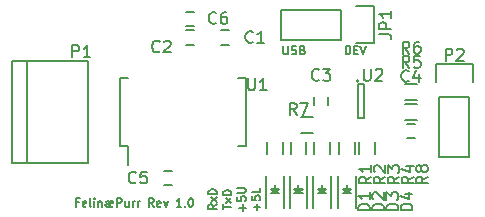
<source format=gto>
G04 #@! TF.FileFunction,Legend,Top*
%FSLAX46Y46*%
G04 Gerber Fmt 4.6, Leading zero omitted, Abs format (unit mm)*
G04 Created by KiCad (PCBNEW (2016-07-14 BZR 6980)-product) date Saturday, 16 July 2016 'AMt' 01:25:20*
%MOMM*%
%LPD*%
G01*
G04 APERTURE LIST*
%ADD10C,0.150000*%
%ADD11C,0.175000*%
%ADD12R,0.800000X0.750000*%
%ADD13R,0.750000X0.800000*%
%ADD14R,1.198880X1.198880*%
%ADD15R,1.727200X2.032000*%
%ADD16O,1.727200X2.032000*%
%ADD17R,1.350000X0.400000*%
%ADD18C,1.250000*%
%ADD19C,1.550000*%
%ADD20R,0.900000X0.500000*%
%ADD21R,0.500000X0.900000*%
%ADD22R,0.450000X1.750000*%
%ADD23R,1.060000X0.650000*%
%ADD24R,2.032000X1.727200*%
%ADD25O,2.032000X1.727200*%
G04 APERTURE END LIST*
D10*
D11*
X174800000Y-84116666D02*
X174800000Y-83416666D01*
X174966666Y-83416666D01*
X175066666Y-83450000D01*
X175133333Y-83516666D01*
X175166666Y-83583333D01*
X175200000Y-83716666D01*
X175200000Y-83816666D01*
X175166666Y-83950000D01*
X175133333Y-84016666D01*
X175066666Y-84083333D01*
X174966666Y-84116666D01*
X174800000Y-84116666D01*
X175500000Y-83750000D02*
X175733333Y-83750000D01*
X175833333Y-84116666D02*
X175500000Y-84116666D01*
X175500000Y-83416666D01*
X175833333Y-83416666D01*
X176033333Y-83416666D02*
X176266666Y-84116666D01*
X176500000Y-83416666D01*
X169516666Y-83416666D02*
X169516666Y-83983333D01*
X169550000Y-84050000D01*
X169583333Y-84083333D01*
X169650000Y-84116666D01*
X169783333Y-84116666D01*
X169850000Y-84083333D01*
X169883333Y-84050000D01*
X169916666Y-83983333D01*
X169916666Y-83416666D01*
X170216666Y-84083333D02*
X170316666Y-84116666D01*
X170483333Y-84116666D01*
X170550000Y-84083333D01*
X170583333Y-84050000D01*
X170616666Y-83983333D01*
X170616666Y-83916666D01*
X170583333Y-83850000D01*
X170550000Y-83816666D01*
X170483333Y-83783333D01*
X170350000Y-83750000D01*
X170283333Y-83716666D01*
X170250000Y-83683333D01*
X170216666Y-83616666D01*
X170216666Y-83550000D01*
X170250000Y-83483333D01*
X170283333Y-83450000D01*
X170350000Y-83416666D01*
X170516666Y-83416666D01*
X170616666Y-83450000D01*
X171150000Y-83750000D02*
X171250000Y-83783333D01*
X171283333Y-83816666D01*
X171316666Y-83883333D01*
X171316666Y-83983333D01*
X171283333Y-84050000D01*
X171250000Y-84083333D01*
X171183333Y-84116666D01*
X170916666Y-84116666D01*
X170916666Y-83416666D01*
X171150000Y-83416666D01*
X171216666Y-83450000D01*
X171250000Y-83483333D01*
X171283333Y-83550000D01*
X171283333Y-83616666D01*
X171250000Y-83683333D01*
X171216666Y-83716666D01*
X171150000Y-83750000D01*
X170916666Y-83750000D01*
X163879166Y-96816666D02*
X163545833Y-97050000D01*
X163879166Y-97216666D02*
X163179166Y-97216666D01*
X163179166Y-96950000D01*
X163212500Y-96883333D01*
X163245833Y-96850000D01*
X163312500Y-96816666D01*
X163412500Y-96816666D01*
X163479166Y-96850000D01*
X163512500Y-96883333D01*
X163545833Y-96950000D01*
X163545833Y-97216666D01*
X163879166Y-96583333D02*
X163412500Y-96216666D01*
X163412500Y-96583333D02*
X163879166Y-96216666D01*
X163879166Y-95950000D02*
X163179166Y-95950000D01*
X163179166Y-95783333D01*
X163212500Y-95683333D01*
X163279166Y-95616666D01*
X163345833Y-95583333D01*
X163479166Y-95550000D01*
X163579166Y-95550000D01*
X163712500Y-95583333D01*
X163779166Y-95616666D01*
X163845833Y-95683333D01*
X163879166Y-95783333D01*
X163879166Y-95950000D01*
X164404166Y-97233333D02*
X164404166Y-96833333D01*
X165104166Y-97033333D02*
X164404166Y-97033333D01*
X165104166Y-96666666D02*
X164637500Y-96300000D01*
X164637500Y-96666666D02*
X165104166Y-96300000D01*
X165104166Y-96033333D02*
X164404166Y-96033333D01*
X164404166Y-95866666D01*
X164437500Y-95766666D01*
X164504166Y-95700000D01*
X164570833Y-95666666D01*
X164704166Y-95633333D01*
X164804166Y-95633333D01*
X164937500Y-95666666D01*
X165004166Y-95700000D01*
X165070833Y-95766666D01*
X165104166Y-95866666D01*
X165104166Y-96033333D01*
X166062500Y-97366666D02*
X166062500Y-96833333D01*
X166329166Y-97100000D02*
X165795833Y-97100000D01*
X165629166Y-96166666D02*
X165629166Y-96500000D01*
X165962500Y-96533333D01*
X165929166Y-96500000D01*
X165895833Y-96433333D01*
X165895833Y-96266666D01*
X165929166Y-96200000D01*
X165962500Y-96166666D01*
X166029166Y-96133333D01*
X166195833Y-96133333D01*
X166262500Y-96166666D01*
X166295833Y-96200000D01*
X166329166Y-96266666D01*
X166329166Y-96433333D01*
X166295833Y-96500000D01*
X166262500Y-96533333D01*
X165629166Y-95833333D02*
X166195833Y-95833333D01*
X166262500Y-95800000D01*
X166295833Y-95766666D01*
X166329166Y-95700000D01*
X166329166Y-95566666D01*
X166295833Y-95500000D01*
X166262500Y-95466666D01*
X166195833Y-95433333D01*
X165629166Y-95433333D01*
X167287500Y-97283333D02*
X167287500Y-96750000D01*
X167554166Y-97016666D02*
X167020833Y-97016666D01*
X166854166Y-96083333D02*
X166854166Y-96416666D01*
X167187500Y-96450000D01*
X167154166Y-96416666D01*
X167120833Y-96350000D01*
X167120833Y-96183333D01*
X167154166Y-96116666D01*
X167187500Y-96083333D01*
X167254166Y-96050000D01*
X167420833Y-96050000D01*
X167487500Y-96083333D01*
X167520833Y-96116666D01*
X167554166Y-96183333D01*
X167554166Y-96350000D01*
X167520833Y-96416666D01*
X167487500Y-96450000D01*
X167554166Y-95416666D02*
X167554166Y-95750000D01*
X166854166Y-95750000D01*
X152183333Y-96650000D02*
X151950000Y-96650000D01*
X151950000Y-97016666D02*
X151950000Y-96316666D01*
X152283333Y-96316666D01*
X152816666Y-96983333D02*
X152750000Y-97016666D01*
X152616666Y-97016666D01*
X152550000Y-96983333D01*
X152516666Y-96916666D01*
X152516666Y-96650000D01*
X152550000Y-96583333D01*
X152616666Y-96550000D01*
X152750000Y-96550000D01*
X152816666Y-96583333D01*
X152850000Y-96650000D01*
X152850000Y-96716666D01*
X152516666Y-96783333D01*
X153250000Y-97016666D02*
X153183333Y-96983333D01*
X153150000Y-96916666D01*
X153150000Y-96316666D01*
X153516666Y-97016666D02*
X153516666Y-96550000D01*
X153516666Y-96316666D02*
X153483333Y-96350000D01*
X153516666Y-96383333D01*
X153550000Y-96350000D01*
X153516666Y-96316666D01*
X153516666Y-96383333D01*
X153850000Y-96550000D02*
X153850000Y-97016666D01*
X153850000Y-96616666D02*
X153883333Y-96583333D01*
X153950000Y-96550000D01*
X154050000Y-96550000D01*
X154116666Y-96583333D01*
X154150000Y-96650000D01*
X154150000Y-97016666D01*
X154483333Y-96583333D02*
X154550000Y-96550000D01*
X154683333Y-96550000D01*
X154750000Y-96583333D01*
X154783333Y-96650000D01*
X155083333Y-96983333D02*
X155016666Y-97016666D01*
X154883333Y-97016666D01*
X154816666Y-96983333D01*
X154783333Y-96916666D01*
X154783333Y-96650000D01*
X154816666Y-96583333D01*
X154883333Y-96550000D01*
X155016666Y-96550000D01*
X155083333Y-96583333D01*
X155116666Y-96650000D01*
X155116666Y-96716666D01*
X154783333Y-96750000D01*
X154550000Y-96750000D01*
X154483333Y-96783333D01*
X154450000Y-96850000D01*
X154450000Y-96916666D01*
X154483333Y-96983333D01*
X154550000Y-97016666D01*
X154683333Y-97016666D01*
X154750000Y-96983333D01*
X154783333Y-96916666D01*
X155416666Y-97016666D02*
X155416666Y-96316666D01*
X155683333Y-96316666D01*
X155750000Y-96350000D01*
X155783333Y-96383333D01*
X155816666Y-96450000D01*
X155816666Y-96550000D01*
X155783333Y-96616666D01*
X155750000Y-96650000D01*
X155683333Y-96683333D01*
X155416666Y-96683333D01*
X156416666Y-96550000D02*
X156416666Y-97016666D01*
X156116666Y-96550000D02*
X156116666Y-96916666D01*
X156150000Y-96983333D01*
X156216666Y-97016666D01*
X156316666Y-97016666D01*
X156383333Y-96983333D01*
X156416666Y-96950000D01*
X156750000Y-97016666D02*
X156750000Y-96550000D01*
X156750000Y-96683333D02*
X156783333Y-96616666D01*
X156816666Y-96583333D01*
X156883333Y-96550000D01*
X156950000Y-96550000D01*
X157183333Y-97016666D02*
X157183333Y-96550000D01*
X157183333Y-96683333D02*
X157216666Y-96616666D01*
X157250000Y-96583333D01*
X157316666Y-96550000D01*
X157383333Y-96550000D01*
X158550000Y-97016666D02*
X158316666Y-96683333D01*
X158150000Y-97016666D02*
X158150000Y-96316666D01*
X158416666Y-96316666D01*
X158483333Y-96350000D01*
X158516666Y-96383333D01*
X158550000Y-96450000D01*
X158550000Y-96550000D01*
X158516666Y-96616666D01*
X158483333Y-96650000D01*
X158416666Y-96683333D01*
X158150000Y-96683333D01*
X159116666Y-96983333D02*
X159050000Y-97016666D01*
X158916666Y-97016666D01*
X158850000Y-96983333D01*
X158816666Y-96916666D01*
X158816666Y-96650000D01*
X158850000Y-96583333D01*
X158916666Y-96550000D01*
X159050000Y-96550000D01*
X159116666Y-96583333D01*
X159150000Y-96650000D01*
X159150000Y-96716666D01*
X158816666Y-96783333D01*
X159383333Y-96550000D02*
X159550000Y-97016666D01*
X159716666Y-96550000D01*
X160883333Y-97016666D02*
X160483333Y-97016666D01*
X160683333Y-97016666D02*
X160683333Y-96316666D01*
X160616666Y-96416666D01*
X160550000Y-96483333D01*
X160483333Y-96516666D01*
X161183333Y-96950000D02*
X161216666Y-96983333D01*
X161183333Y-97016666D01*
X161150000Y-96983333D01*
X161183333Y-96950000D01*
X161183333Y-97016666D01*
X161650000Y-96316666D02*
X161716666Y-96316666D01*
X161783333Y-96350000D01*
X161816666Y-96383333D01*
X161850000Y-96450000D01*
X161883333Y-96583333D01*
X161883333Y-96750000D01*
X161850000Y-96883333D01*
X161816666Y-96950000D01*
X161783333Y-96983333D01*
X161716666Y-97016666D01*
X161650000Y-97016666D01*
X161583333Y-96983333D01*
X161550000Y-96950000D01*
X161516666Y-96883333D01*
X161483333Y-96750000D01*
X161483333Y-96583333D01*
X161516666Y-96450000D01*
X161550000Y-96383333D01*
X161583333Y-96350000D01*
X161650000Y-96316666D01*
D10*
X164950000Y-83300000D02*
X164250000Y-83300000D01*
X164250000Y-82100000D02*
X164950000Y-82100000D01*
X161950000Y-83300000D02*
X161250000Y-83300000D01*
X161250000Y-82100000D02*
X161950000Y-82100000D01*
X173300000Y-87750000D02*
X173300000Y-88450000D01*
X172100000Y-88450000D02*
X172100000Y-87750000D01*
X180700000Y-91200000D02*
X180000000Y-91200000D01*
X180000000Y-90000000D02*
X180700000Y-90000000D01*
X169550000Y-97149020D02*
X169550000Y-94449020D01*
X168050000Y-97149020D02*
X168050000Y-94449020D01*
X168950000Y-95649020D02*
X168700000Y-95649020D01*
X168700000Y-95649020D02*
X168850000Y-95799020D01*
X168450000Y-95899020D02*
X169150000Y-95899020D01*
X168800000Y-95549020D02*
X168800000Y-95199020D01*
X168800000Y-95899020D02*
X168450000Y-95549020D01*
X168450000Y-95549020D02*
X169150000Y-95549020D01*
X169150000Y-95549020D02*
X168800000Y-95899020D01*
X171550000Y-97149020D02*
X171550000Y-94449020D01*
X170050000Y-97149020D02*
X170050000Y-94449020D01*
X170950000Y-95649020D02*
X170700000Y-95649020D01*
X170700000Y-95649020D02*
X170850000Y-95799020D01*
X170450000Y-95899020D02*
X171150000Y-95899020D01*
X170800000Y-95549020D02*
X170800000Y-95199020D01*
X170800000Y-95899020D02*
X170450000Y-95549020D01*
X170450000Y-95549020D02*
X171150000Y-95549020D01*
X171150000Y-95549020D02*
X170800000Y-95899020D01*
X173550000Y-97149020D02*
X173550000Y-94449020D01*
X172050000Y-97149020D02*
X172050000Y-94449020D01*
X172950000Y-95649020D02*
X172700000Y-95649020D01*
X172700000Y-95649020D02*
X172850000Y-95799020D01*
X172450000Y-95899020D02*
X173150000Y-95899020D01*
X172800000Y-95549020D02*
X172800000Y-95199020D01*
X172800000Y-95899020D02*
X172450000Y-95549020D01*
X172450000Y-95549020D02*
X173150000Y-95549020D01*
X173150000Y-95549020D02*
X172800000Y-95899020D01*
X174370000Y-80330000D02*
X169290000Y-80330000D01*
X169290000Y-80330000D02*
X169290000Y-82870000D01*
X169290000Y-82870000D02*
X174370000Y-82870000D01*
X177190000Y-83150000D02*
X175640000Y-83150000D01*
X174370000Y-82870000D02*
X174370000Y-80330000D01*
X175640000Y-80050000D02*
X177190000Y-80050000D01*
X177190000Y-80050000D02*
X177190000Y-83150000D01*
X146582540Y-84649100D02*
X146582540Y-93349100D01*
X152987540Y-84649100D02*
X152987540Y-93349100D01*
X152987540Y-93349100D02*
X146582540Y-93349100D01*
X147812540Y-93349100D02*
X147812540Y-84649100D01*
X146582540Y-84649100D02*
X152987540Y-84649100D01*
X168125000Y-92550000D02*
X168125000Y-91550000D01*
X169475000Y-91550000D02*
X169475000Y-92550000D01*
X170125000Y-92550000D02*
X170125000Y-91550000D01*
X171475000Y-91550000D02*
X171475000Y-92550000D01*
X172125000Y-92550000D02*
X172125000Y-91550000D01*
X173475000Y-91550000D02*
X173475000Y-92550000D01*
X174225000Y-92550000D02*
X174225000Y-91550000D01*
X175575000Y-91550000D02*
X175575000Y-92550000D01*
X179850000Y-88325000D02*
X180850000Y-88325000D01*
X180850000Y-89675000D02*
X179850000Y-89675000D01*
X180850000Y-87975000D02*
X179850000Y-87975000D01*
X179850000Y-86625000D02*
X180850000Y-86625000D01*
X155675000Y-91875000D02*
X156325000Y-91875000D01*
X155675000Y-86125000D02*
X156325000Y-86125000D01*
X166325000Y-86125000D02*
X165675000Y-86125000D01*
X166325000Y-91875000D02*
X165675000Y-91875000D01*
X155675000Y-91875000D02*
X155675000Y-86125000D01*
X166325000Y-91875000D02*
X166325000Y-86125000D01*
X156325000Y-91875000D02*
X156325000Y-93475000D01*
X175900000Y-86400000D02*
G75*
G03X175900000Y-86400000I-100000J0D01*
G01*
X176350000Y-86650000D02*
X175850000Y-86650000D01*
X176350000Y-89550000D02*
X176350000Y-86650000D01*
X175850000Y-89550000D02*
X176350000Y-89550000D01*
X175850000Y-86650000D02*
X175850000Y-89550000D01*
X182730000Y-87730000D02*
X182730000Y-92810000D01*
X182730000Y-92810000D02*
X185270000Y-92810000D01*
X185270000Y-92810000D02*
X185270000Y-87730000D01*
X185550000Y-84910000D02*
X185550000Y-86460000D01*
X185270000Y-87730000D02*
X182730000Y-87730000D01*
X182450000Y-86460000D02*
X182450000Y-84910000D01*
X182450000Y-84910000D02*
X185550000Y-84910000D01*
X175650000Y-97150980D02*
X175650000Y-94450980D01*
X174150000Y-97150980D02*
X174150000Y-94450980D01*
X175050000Y-95650980D02*
X174800000Y-95650980D01*
X174800000Y-95650980D02*
X174950000Y-95800980D01*
X174550000Y-95900980D02*
X175250000Y-95900980D01*
X174900000Y-95550980D02*
X174900000Y-95200980D01*
X174900000Y-95900980D02*
X174550000Y-95550980D01*
X174550000Y-95550980D02*
X175250000Y-95550980D01*
X175250000Y-95550980D02*
X174900000Y-95900980D01*
X159400000Y-94000000D02*
X160100000Y-94000000D01*
X160100000Y-95200000D02*
X159400000Y-95200000D01*
X161950000Y-81700000D02*
X161250000Y-81700000D01*
X161250000Y-80500000D02*
X161950000Y-80500000D01*
X171050000Y-89425000D02*
X172050000Y-89425000D01*
X172050000Y-90775000D02*
X171050000Y-90775000D01*
X175925000Y-92550000D02*
X175925000Y-91550000D01*
X177275000Y-91550000D02*
X177275000Y-92550000D01*
X166933333Y-83057142D02*
X166885714Y-83104761D01*
X166742857Y-83152380D01*
X166647619Y-83152380D01*
X166504761Y-83104761D01*
X166409523Y-83009523D01*
X166361904Y-82914285D01*
X166314285Y-82723809D01*
X166314285Y-82580952D01*
X166361904Y-82390476D01*
X166409523Y-82295238D01*
X166504761Y-82200000D01*
X166647619Y-82152380D01*
X166742857Y-82152380D01*
X166885714Y-82200000D01*
X166933333Y-82247619D01*
X167885714Y-83152380D02*
X167314285Y-83152380D01*
X167600000Y-83152380D02*
X167600000Y-82152380D01*
X167504761Y-82295238D01*
X167409523Y-82390476D01*
X167314285Y-82438095D01*
X159033333Y-83857142D02*
X158985714Y-83904761D01*
X158842857Y-83952380D01*
X158747619Y-83952380D01*
X158604761Y-83904761D01*
X158509523Y-83809523D01*
X158461904Y-83714285D01*
X158414285Y-83523809D01*
X158414285Y-83380952D01*
X158461904Y-83190476D01*
X158509523Y-83095238D01*
X158604761Y-83000000D01*
X158747619Y-82952380D01*
X158842857Y-82952380D01*
X158985714Y-83000000D01*
X159033333Y-83047619D01*
X159414285Y-83047619D02*
X159461904Y-83000000D01*
X159557142Y-82952380D01*
X159795238Y-82952380D01*
X159890476Y-83000000D01*
X159938095Y-83047619D01*
X159985714Y-83142857D01*
X159985714Y-83238095D01*
X159938095Y-83380952D01*
X159366666Y-83952380D01*
X159985714Y-83952380D01*
X172533333Y-86257142D02*
X172485714Y-86304761D01*
X172342857Y-86352380D01*
X172247619Y-86352380D01*
X172104761Y-86304761D01*
X172009523Y-86209523D01*
X171961904Y-86114285D01*
X171914285Y-85923809D01*
X171914285Y-85780952D01*
X171961904Y-85590476D01*
X172009523Y-85495238D01*
X172104761Y-85400000D01*
X172247619Y-85352380D01*
X172342857Y-85352380D01*
X172485714Y-85400000D01*
X172533333Y-85447619D01*
X172866666Y-85352380D02*
X173485714Y-85352380D01*
X173152380Y-85733333D01*
X173295238Y-85733333D01*
X173390476Y-85780952D01*
X173438095Y-85828571D01*
X173485714Y-85923809D01*
X173485714Y-86161904D01*
X173438095Y-86257142D01*
X173390476Y-86304761D01*
X173295238Y-86352380D01*
X173009523Y-86352380D01*
X172914285Y-86304761D01*
X172866666Y-86257142D01*
X180133333Y-86357142D02*
X180085714Y-86404761D01*
X179942857Y-86452380D01*
X179847619Y-86452380D01*
X179704761Y-86404761D01*
X179609523Y-86309523D01*
X179561904Y-86214285D01*
X179514285Y-86023809D01*
X179514285Y-85880952D01*
X179561904Y-85690476D01*
X179609523Y-85595238D01*
X179704761Y-85500000D01*
X179847619Y-85452380D01*
X179942857Y-85452380D01*
X180085714Y-85500000D01*
X180133333Y-85547619D01*
X180990476Y-85785714D02*
X180990476Y-86452380D01*
X180752380Y-85404761D02*
X180514285Y-86119047D01*
X181133333Y-86119047D01*
X176852380Y-97338095D02*
X175852380Y-97338095D01*
X175852380Y-97100000D01*
X175900000Y-96957142D01*
X175995238Y-96861904D01*
X176090476Y-96814285D01*
X176280952Y-96766666D01*
X176423809Y-96766666D01*
X176614285Y-96814285D01*
X176709523Y-96861904D01*
X176804761Y-96957142D01*
X176852380Y-97100000D01*
X176852380Y-97338095D01*
X176852380Y-95814285D02*
X176852380Y-96385714D01*
X176852380Y-96100000D02*
X175852380Y-96100000D01*
X175995238Y-96195238D01*
X176090476Y-96290476D01*
X176138095Y-96385714D01*
X178052380Y-97338095D02*
X177052380Y-97338095D01*
X177052380Y-97100000D01*
X177100000Y-96957142D01*
X177195238Y-96861904D01*
X177290476Y-96814285D01*
X177480952Y-96766666D01*
X177623809Y-96766666D01*
X177814285Y-96814285D01*
X177909523Y-96861904D01*
X178004761Y-96957142D01*
X178052380Y-97100000D01*
X178052380Y-97338095D01*
X177147619Y-96385714D02*
X177100000Y-96338095D01*
X177052380Y-96242857D01*
X177052380Y-96004761D01*
X177100000Y-95909523D01*
X177147619Y-95861904D01*
X177242857Y-95814285D01*
X177338095Y-95814285D01*
X177480952Y-95861904D01*
X178052380Y-96433333D01*
X178052380Y-95814285D01*
X179252380Y-97338095D02*
X178252380Y-97338095D01*
X178252380Y-97100000D01*
X178300000Y-96957142D01*
X178395238Y-96861904D01*
X178490476Y-96814285D01*
X178680952Y-96766666D01*
X178823809Y-96766666D01*
X179014285Y-96814285D01*
X179109523Y-96861904D01*
X179204761Y-96957142D01*
X179252380Y-97100000D01*
X179252380Y-97338095D01*
X178252380Y-96433333D02*
X178252380Y-95814285D01*
X178633333Y-96147619D01*
X178633333Y-96004761D01*
X178680952Y-95909523D01*
X178728571Y-95861904D01*
X178823809Y-95814285D01*
X179061904Y-95814285D01*
X179157142Y-95861904D01*
X179204761Y-95909523D01*
X179252380Y-96004761D01*
X179252380Y-96290476D01*
X179204761Y-96385714D01*
X179157142Y-96433333D01*
X177652380Y-82433333D02*
X178366666Y-82433333D01*
X178509523Y-82480952D01*
X178604761Y-82576190D01*
X178652380Y-82719047D01*
X178652380Y-82814285D01*
X178652380Y-81957142D02*
X177652380Y-81957142D01*
X177652380Y-81576190D01*
X177700000Y-81480952D01*
X177747619Y-81433333D01*
X177842857Y-81385714D01*
X177985714Y-81385714D01*
X178080952Y-81433333D01*
X178128571Y-81480952D01*
X178176190Y-81576190D01*
X178176190Y-81957142D01*
X178652380Y-80433333D02*
X178652380Y-81004761D01*
X178652380Y-80719047D02*
X177652380Y-80719047D01*
X177795238Y-80814285D01*
X177890476Y-80909523D01*
X177938095Y-81004761D01*
X151661904Y-84352380D02*
X151661904Y-83352380D01*
X152042857Y-83352380D01*
X152138095Y-83400000D01*
X152185714Y-83447619D01*
X152233333Y-83542857D01*
X152233333Y-83685714D01*
X152185714Y-83780952D01*
X152138095Y-83828571D01*
X152042857Y-83876190D01*
X151661904Y-83876190D01*
X153185714Y-84352380D02*
X152614285Y-84352380D01*
X152900000Y-84352380D02*
X152900000Y-83352380D01*
X152804761Y-83495238D01*
X152709523Y-83590476D01*
X152614285Y-83638095D01*
X176952380Y-94466666D02*
X176476190Y-94800000D01*
X176952380Y-95038095D02*
X175952380Y-95038095D01*
X175952380Y-94657142D01*
X176000000Y-94561904D01*
X176047619Y-94514285D01*
X176142857Y-94466666D01*
X176285714Y-94466666D01*
X176380952Y-94514285D01*
X176428571Y-94561904D01*
X176476190Y-94657142D01*
X176476190Y-95038095D01*
X176952380Y-93514285D02*
X176952380Y-94085714D01*
X176952380Y-93800000D02*
X175952380Y-93800000D01*
X176095238Y-93895238D01*
X176190476Y-93990476D01*
X176238095Y-94085714D01*
X178152380Y-94466666D02*
X177676190Y-94800000D01*
X178152380Y-95038095D02*
X177152380Y-95038095D01*
X177152380Y-94657142D01*
X177200000Y-94561904D01*
X177247619Y-94514285D01*
X177342857Y-94466666D01*
X177485714Y-94466666D01*
X177580952Y-94514285D01*
X177628571Y-94561904D01*
X177676190Y-94657142D01*
X177676190Y-95038095D01*
X177247619Y-94085714D02*
X177200000Y-94038095D01*
X177152380Y-93942857D01*
X177152380Y-93704761D01*
X177200000Y-93609523D01*
X177247619Y-93561904D01*
X177342857Y-93514285D01*
X177438095Y-93514285D01*
X177580952Y-93561904D01*
X178152380Y-94133333D01*
X178152380Y-93514285D01*
X179352380Y-94466666D02*
X178876190Y-94800000D01*
X179352380Y-95038095D02*
X178352380Y-95038095D01*
X178352380Y-94657142D01*
X178400000Y-94561904D01*
X178447619Y-94514285D01*
X178542857Y-94466666D01*
X178685714Y-94466666D01*
X178780952Y-94514285D01*
X178828571Y-94561904D01*
X178876190Y-94657142D01*
X178876190Y-95038095D01*
X178352380Y-94133333D02*
X178352380Y-93514285D01*
X178733333Y-93847619D01*
X178733333Y-93704761D01*
X178780952Y-93609523D01*
X178828571Y-93561904D01*
X178923809Y-93514285D01*
X179161904Y-93514285D01*
X179257142Y-93561904D01*
X179304761Y-93609523D01*
X179352380Y-93704761D01*
X179352380Y-93990476D01*
X179304761Y-94085714D01*
X179257142Y-94133333D01*
X180552380Y-94466666D02*
X180076190Y-94800000D01*
X180552380Y-95038095D02*
X179552380Y-95038095D01*
X179552380Y-94657142D01*
X179600000Y-94561904D01*
X179647619Y-94514285D01*
X179742857Y-94466666D01*
X179885714Y-94466666D01*
X179980952Y-94514285D01*
X180028571Y-94561904D01*
X180076190Y-94657142D01*
X180076190Y-95038095D01*
X179885714Y-93609523D02*
X180552380Y-93609523D01*
X179504761Y-93847619D02*
X180219047Y-94085714D01*
X180219047Y-93466666D01*
X180183333Y-85252380D02*
X179850000Y-84776190D01*
X179611904Y-85252380D02*
X179611904Y-84252380D01*
X179992857Y-84252380D01*
X180088095Y-84300000D01*
X180135714Y-84347619D01*
X180183333Y-84442857D01*
X180183333Y-84585714D01*
X180135714Y-84680952D01*
X180088095Y-84728571D01*
X179992857Y-84776190D01*
X179611904Y-84776190D01*
X181088095Y-84252380D02*
X180611904Y-84252380D01*
X180564285Y-84728571D01*
X180611904Y-84680952D01*
X180707142Y-84633333D01*
X180945238Y-84633333D01*
X181040476Y-84680952D01*
X181088095Y-84728571D01*
X181135714Y-84823809D01*
X181135714Y-85061904D01*
X181088095Y-85157142D01*
X181040476Y-85204761D01*
X180945238Y-85252380D01*
X180707142Y-85252380D01*
X180611904Y-85204761D01*
X180564285Y-85157142D01*
X180183333Y-84052380D02*
X179850000Y-83576190D01*
X179611904Y-84052380D02*
X179611904Y-83052380D01*
X179992857Y-83052380D01*
X180088095Y-83100000D01*
X180135714Y-83147619D01*
X180183333Y-83242857D01*
X180183333Y-83385714D01*
X180135714Y-83480952D01*
X180088095Y-83528571D01*
X179992857Y-83576190D01*
X179611904Y-83576190D01*
X181040476Y-83052380D02*
X180850000Y-83052380D01*
X180754761Y-83100000D01*
X180707142Y-83147619D01*
X180611904Y-83290476D01*
X180564285Y-83480952D01*
X180564285Y-83861904D01*
X180611904Y-83957142D01*
X180659523Y-84004761D01*
X180754761Y-84052380D01*
X180945238Y-84052380D01*
X181040476Y-84004761D01*
X181088095Y-83957142D01*
X181135714Y-83861904D01*
X181135714Y-83623809D01*
X181088095Y-83528571D01*
X181040476Y-83480952D01*
X180945238Y-83433333D01*
X180754761Y-83433333D01*
X180659523Y-83480952D01*
X180611904Y-83528571D01*
X180564285Y-83623809D01*
X166538095Y-86152380D02*
X166538095Y-86961904D01*
X166585714Y-87057142D01*
X166633333Y-87104761D01*
X166728571Y-87152380D01*
X166919047Y-87152380D01*
X167014285Y-87104761D01*
X167061904Y-87057142D01*
X167109523Y-86961904D01*
X167109523Y-86152380D01*
X168109523Y-87152380D02*
X167538095Y-87152380D01*
X167823809Y-87152380D02*
X167823809Y-86152380D01*
X167728571Y-86295238D01*
X167633333Y-86390476D01*
X167538095Y-86438095D01*
X176338095Y-85352380D02*
X176338095Y-86161904D01*
X176385714Y-86257142D01*
X176433333Y-86304761D01*
X176528571Y-86352380D01*
X176719047Y-86352380D01*
X176814285Y-86304761D01*
X176861904Y-86257142D01*
X176909523Y-86161904D01*
X176909523Y-85352380D01*
X177338095Y-85447619D02*
X177385714Y-85400000D01*
X177480952Y-85352380D01*
X177719047Y-85352380D01*
X177814285Y-85400000D01*
X177861904Y-85447619D01*
X177909523Y-85542857D01*
X177909523Y-85638095D01*
X177861904Y-85780952D01*
X177290476Y-86352380D01*
X177909523Y-86352380D01*
X183261904Y-84652380D02*
X183261904Y-83652380D01*
X183642857Y-83652380D01*
X183738095Y-83700000D01*
X183785714Y-83747619D01*
X183833333Y-83842857D01*
X183833333Y-83985714D01*
X183785714Y-84080952D01*
X183738095Y-84128571D01*
X183642857Y-84176190D01*
X183261904Y-84176190D01*
X184214285Y-83747619D02*
X184261904Y-83700000D01*
X184357142Y-83652380D01*
X184595238Y-83652380D01*
X184690476Y-83700000D01*
X184738095Y-83747619D01*
X184785714Y-83842857D01*
X184785714Y-83938095D01*
X184738095Y-84080952D01*
X184166666Y-84652380D01*
X184785714Y-84652380D01*
X180452380Y-97338095D02*
X179452380Y-97338095D01*
X179452380Y-97100000D01*
X179500000Y-96957142D01*
X179595238Y-96861904D01*
X179690476Y-96814285D01*
X179880952Y-96766666D01*
X180023809Y-96766666D01*
X180214285Y-96814285D01*
X180309523Y-96861904D01*
X180404761Y-96957142D01*
X180452380Y-97100000D01*
X180452380Y-97338095D01*
X179785714Y-95909523D02*
X180452380Y-95909523D01*
X179404761Y-96147619D02*
X180119047Y-96385714D01*
X180119047Y-95766666D01*
X157033333Y-94957142D02*
X156985714Y-95004761D01*
X156842857Y-95052380D01*
X156747619Y-95052380D01*
X156604761Y-95004761D01*
X156509523Y-94909523D01*
X156461904Y-94814285D01*
X156414285Y-94623809D01*
X156414285Y-94480952D01*
X156461904Y-94290476D01*
X156509523Y-94195238D01*
X156604761Y-94100000D01*
X156747619Y-94052380D01*
X156842857Y-94052380D01*
X156985714Y-94100000D01*
X157033333Y-94147619D01*
X157938095Y-94052380D02*
X157461904Y-94052380D01*
X157414285Y-94528571D01*
X157461904Y-94480952D01*
X157557142Y-94433333D01*
X157795238Y-94433333D01*
X157890476Y-94480952D01*
X157938095Y-94528571D01*
X157985714Y-94623809D01*
X157985714Y-94861904D01*
X157938095Y-94957142D01*
X157890476Y-95004761D01*
X157795238Y-95052380D01*
X157557142Y-95052380D01*
X157461904Y-95004761D01*
X157414285Y-94957142D01*
X163833333Y-81457142D02*
X163785714Y-81504761D01*
X163642857Y-81552380D01*
X163547619Y-81552380D01*
X163404761Y-81504761D01*
X163309523Y-81409523D01*
X163261904Y-81314285D01*
X163214285Y-81123809D01*
X163214285Y-80980952D01*
X163261904Y-80790476D01*
X163309523Y-80695238D01*
X163404761Y-80600000D01*
X163547619Y-80552380D01*
X163642857Y-80552380D01*
X163785714Y-80600000D01*
X163833333Y-80647619D01*
X164690476Y-80552380D02*
X164500000Y-80552380D01*
X164404761Y-80600000D01*
X164357142Y-80647619D01*
X164261904Y-80790476D01*
X164214285Y-80980952D01*
X164214285Y-81361904D01*
X164261904Y-81457142D01*
X164309523Y-81504761D01*
X164404761Y-81552380D01*
X164595238Y-81552380D01*
X164690476Y-81504761D01*
X164738095Y-81457142D01*
X164785714Y-81361904D01*
X164785714Y-81123809D01*
X164738095Y-81028571D01*
X164690476Y-80980952D01*
X164595238Y-80933333D01*
X164404761Y-80933333D01*
X164309523Y-80980952D01*
X164261904Y-81028571D01*
X164214285Y-81123809D01*
X170633333Y-89252380D02*
X170300000Y-88776190D01*
X170061904Y-89252380D02*
X170061904Y-88252380D01*
X170442857Y-88252380D01*
X170538095Y-88300000D01*
X170585714Y-88347619D01*
X170633333Y-88442857D01*
X170633333Y-88585714D01*
X170585714Y-88680952D01*
X170538095Y-88728571D01*
X170442857Y-88776190D01*
X170061904Y-88776190D01*
X170966666Y-88252380D02*
X171633333Y-88252380D01*
X171204761Y-89252380D01*
X181752380Y-94466666D02*
X181276190Y-94800000D01*
X181752380Y-95038095D02*
X180752380Y-95038095D01*
X180752380Y-94657142D01*
X180800000Y-94561904D01*
X180847619Y-94514285D01*
X180942857Y-94466666D01*
X181085714Y-94466666D01*
X181180952Y-94514285D01*
X181228571Y-94561904D01*
X181276190Y-94657142D01*
X181276190Y-95038095D01*
X181180952Y-93895238D02*
X181133333Y-93990476D01*
X181085714Y-94038095D01*
X180990476Y-94085714D01*
X180942857Y-94085714D01*
X180847619Y-94038095D01*
X180800000Y-93990476D01*
X180752380Y-93895238D01*
X180752380Y-93704761D01*
X180800000Y-93609523D01*
X180847619Y-93561904D01*
X180942857Y-93514285D01*
X180990476Y-93514285D01*
X181085714Y-93561904D01*
X181133333Y-93609523D01*
X181180952Y-93704761D01*
X181180952Y-93895238D01*
X181228571Y-93990476D01*
X181276190Y-94038095D01*
X181371428Y-94085714D01*
X181561904Y-94085714D01*
X181657142Y-94038095D01*
X181704761Y-93990476D01*
X181752380Y-93895238D01*
X181752380Y-93704761D01*
X181704761Y-93609523D01*
X181657142Y-93561904D01*
X181561904Y-93514285D01*
X181371428Y-93514285D01*
X181276190Y-93561904D01*
X181228571Y-93609523D01*
X181180952Y-93704761D01*
%LPC*%
D12*
X165350000Y-82700000D03*
X163850000Y-82700000D03*
X162350000Y-82700000D03*
X160850000Y-82700000D03*
D13*
X172700000Y-87350000D03*
X172700000Y-88850000D03*
D12*
X181100000Y-90600000D03*
X179600000Y-90600000D03*
D14*
X168800000Y-94500000D03*
X168800000Y-96598040D03*
X170800000Y-94500000D03*
X170800000Y-96598040D03*
X172800000Y-94500000D03*
X172800000Y-96598040D03*
D15*
X175640000Y-81600000D03*
D16*
X173100000Y-81600000D03*
X170560000Y-81600000D03*
D17*
X151962540Y-87699100D03*
X151962540Y-88349100D03*
X151962540Y-88999100D03*
X151962540Y-89649100D03*
X151962540Y-90299100D03*
D18*
X151962540Y-86499100D03*
X151962540Y-91499100D03*
D19*
X149262540Y-85499100D03*
X149262540Y-92499100D03*
D20*
X168800000Y-91300000D03*
X168800000Y-92800000D03*
X170800000Y-91300000D03*
X170800000Y-92800000D03*
X172800000Y-91300000D03*
X172800000Y-92800000D03*
X174900000Y-91300000D03*
X174900000Y-92800000D03*
D21*
X181100000Y-89000000D03*
X179600000Y-89000000D03*
X179600000Y-87300000D03*
X181100000Y-87300000D03*
D22*
X156775000Y-92600000D03*
X157425000Y-92600000D03*
X158075000Y-92600000D03*
X158725000Y-92600000D03*
X159375000Y-92600000D03*
X160025000Y-92600000D03*
X160675000Y-92600000D03*
X161325000Y-92600000D03*
X161975000Y-92600000D03*
X162625000Y-92600000D03*
X163275000Y-92600000D03*
X163925000Y-92600000D03*
X164575000Y-92600000D03*
X165225000Y-92600000D03*
X165225000Y-85400000D03*
X164575000Y-85400000D03*
X163925000Y-85400000D03*
X163275000Y-85400000D03*
X162625000Y-85400000D03*
X161975000Y-85400000D03*
X161325000Y-85400000D03*
X160675000Y-85400000D03*
X160025000Y-85400000D03*
X159375000Y-85400000D03*
X158725000Y-85400000D03*
X158075000Y-85400000D03*
X157425000Y-85400000D03*
X156775000Y-85400000D03*
D23*
X175000000Y-87150000D03*
X175000000Y-88100000D03*
X175000000Y-89050000D03*
X177200000Y-89050000D03*
X177200000Y-87150000D03*
D24*
X184000000Y-86460000D03*
D25*
X184000000Y-89000000D03*
X184000000Y-91540000D03*
D14*
X174900000Y-94501960D03*
X174900000Y-96600000D03*
D12*
X159000000Y-94600000D03*
X160500000Y-94600000D03*
X162350000Y-81100000D03*
X160850000Y-81100000D03*
D21*
X172300000Y-90100000D03*
X170800000Y-90100000D03*
D20*
X176600000Y-91300000D03*
X176600000Y-92800000D03*
M02*

</source>
